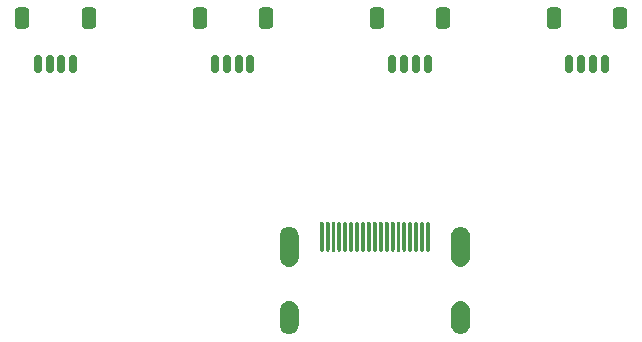
<source format=gbr>
%TF.GenerationSoftware,KiCad,Pcbnew,(6.0.5)*%
%TF.CreationDate,2022-06-06T17:18:48-06:00*%
%TF.ProjectId,21Pin_Fanout,32315069-6e5f-4466-916e-6f75742e6b69,rev?*%
%TF.SameCoordinates,Original*%
%TF.FileFunction,Paste,Top*%
%TF.FilePolarity,Positive*%
%FSLAX46Y46*%
G04 Gerber Fmt 4.6, Leading zero omitted, Abs format (unit mm)*
G04 Created by KiCad (PCBNEW (6.0.5)) date 2022-06-06 17:18:48*
%MOMM*%
%LPD*%
G01*
G04 APERTURE LIST*
G04 Aperture macros list*
%AMRoundRect*
0 Rectangle with rounded corners*
0 $1 Rounding radius*
0 $2 $3 $4 $5 $6 $7 $8 $9 X,Y pos of 4 corners*
0 Add a 4 corners polygon primitive as box body*
4,1,4,$2,$3,$4,$5,$6,$7,$8,$9,$2,$3,0*
0 Add four circle primitives for the rounded corners*
1,1,$1+$1,$2,$3*
1,1,$1+$1,$4,$5*
1,1,$1+$1,$6,$7*
1,1,$1+$1,$8,$9*
0 Add four rect primitives between the rounded corners*
20,1,$1+$1,$2,$3,$4,$5,0*
20,1,$1+$1,$4,$5,$6,$7,0*
20,1,$1+$1,$6,$7,$8,$9,0*
20,1,$1+$1,$8,$9,$2,$3,0*%
G04 Aperture macros list end*
%ADD10C,0.120000*%
%ADD11RoundRect,0.150000X0.150000X0.625000X-0.150000X0.625000X-0.150000X-0.625000X0.150000X-0.625000X0*%
%ADD12RoundRect,0.250000X0.350000X0.650000X-0.350000X0.650000X-0.350000X-0.650000X0.350000X-0.650000X0*%
%ADD13O,0.250000X2.400000*%
G04 APERTURE END LIST*
%TO.C,J1*%
G36*
X-3976000Y4594000D02*
G01*
X-3953000Y4587000D01*
X-3931000Y4575000D01*
X-3912000Y4560000D01*
X-3897000Y4541000D01*
X-3885000Y4519000D01*
X-3878000Y4496000D01*
X-3876000Y4471000D01*
X-3876000Y2321000D01*
X-3878000Y2297000D01*
X-3885000Y2273000D01*
X-3897000Y2252000D01*
X-3912000Y2233000D01*
X-3931000Y2217000D01*
X-3953000Y2206000D01*
X-3976000Y2199000D01*
X-4001000Y2196000D01*
X-4025000Y2199000D01*
X-4049000Y2206000D01*
X-4070000Y2217000D01*
X-4089000Y2233000D01*
X-4105000Y2252000D01*
X-4116000Y2273000D01*
X-4123000Y2297000D01*
X-4126000Y2321000D01*
X-4126000Y4471000D01*
X-4123000Y4496000D01*
X-4116000Y4519000D01*
X-4105000Y4541000D01*
X-4089000Y4560000D01*
X-4070000Y4575000D01*
X-4049000Y4587000D01*
X-4025000Y4594000D01*
X-4001000Y4596000D01*
X-3976000Y4594000D01*
G37*
D10*
X-3976000Y4594000D02*
X-3953000Y4587000D01*
X-3931000Y4575000D01*
X-3912000Y4560000D01*
X-3897000Y4541000D01*
X-3885000Y4519000D01*
X-3878000Y4496000D01*
X-3876000Y4471000D01*
X-3876000Y2321000D01*
X-3878000Y2297000D01*
X-3885000Y2273000D01*
X-3897000Y2252000D01*
X-3912000Y2233000D01*
X-3931000Y2217000D01*
X-3953000Y2206000D01*
X-3976000Y2199000D01*
X-4001000Y2196000D01*
X-4025000Y2199000D01*
X-4049000Y2206000D01*
X-4070000Y2217000D01*
X-4089000Y2233000D01*
X-4105000Y2252000D01*
X-4116000Y2273000D01*
X-4123000Y2297000D01*
X-4126000Y2321000D01*
X-4126000Y4471000D01*
X-4123000Y4496000D01*
X-4116000Y4519000D01*
X-4105000Y4541000D01*
X-4089000Y4560000D01*
X-4070000Y4575000D01*
X-4049000Y4587000D01*
X-4025000Y4594000D01*
X-4001000Y4596000D01*
X-3976000Y4594000D01*
G36*
X525000Y4594000D02*
G01*
X548000Y4587000D01*
X570000Y4575000D01*
X589000Y4560000D01*
X604000Y4541000D01*
X616000Y4519000D01*
X623000Y4496000D01*
X625000Y4471000D01*
X625000Y2321000D01*
X623000Y2297000D01*
X616000Y2273000D01*
X604000Y2252000D01*
X589000Y2233000D01*
X570000Y2217000D01*
X548000Y2206000D01*
X525000Y2199000D01*
X500000Y2196000D01*
X476000Y2199000D01*
X452000Y2206000D01*
X431000Y2217000D01*
X412000Y2233000D01*
X396000Y2252000D01*
X385000Y2273000D01*
X377000Y2297000D01*
X375000Y2321000D01*
X375000Y4471000D01*
X377000Y4496000D01*
X385000Y4519000D01*
X396000Y4541000D01*
X412000Y4560000D01*
X431000Y4575000D01*
X452000Y4587000D01*
X476000Y4594000D01*
X500000Y4596000D01*
X525000Y4594000D01*
G37*
X525000Y4594000D02*
X548000Y4587000D01*
X570000Y4575000D01*
X589000Y4560000D01*
X604000Y4541000D01*
X616000Y4519000D01*
X623000Y4496000D01*
X625000Y4471000D01*
X625000Y2321000D01*
X623000Y2297000D01*
X616000Y2273000D01*
X604000Y2252000D01*
X589000Y2233000D01*
X570000Y2217000D01*
X548000Y2206000D01*
X525000Y2199000D01*
X500000Y2196000D01*
X476000Y2199000D01*
X452000Y2206000D01*
X431000Y2217000D01*
X412000Y2233000D01*
X396000Y2252000D01*
X385000Y2273000D01*
X377000Y2297000D01*
X375000Y2321000D01*
X375000Y4471000D01*
X377000Y4496000D01*
X385000Y4519000D01*
X396000Y4541000D01*
X412000Y4560000D01*
X431000Y4575000D01*
X452000Y4587000D01*
X476000Y4594000D01*
X500000Y4596000D01*
X525000Y4594000D01*
G36*
X-974000Y4592000D02*
G01*
X-951000Y4584000D01*
X-929000Y4572000D01*
X-911000Y4557000D01*
X-895000Y4537000D01*
X-884000Y4516000D01*
X-877000Y4492000D01*
X-875000Y4471000D01*
X-875000Y2321000D01*
X-878000Y2297000D01*
X-885000Y2274000D01*
X-897000Y2252000D01*
X-913000Y2233000D01*
X-932000Y2218000D01*
X-954000Y2207000D01*
X-978000Y2200000D01*
X-1002000Y2198000D01*
X-1026000Y2201000D01*
X-1050000Y2208000D01*
X-1071000Y2220000D01*
X-1090000Y2236000D01*
X-1105000Y2255000D01*
X-1116000Y2277000D01*
X-1123000Y2300000D01*
X-1125000Y2321000D01*
X-1125000Y4471000D01*
X-1122000Y4496000D01*
X-1115000Y4519000D01*
X-1103000Y4540000D01*
X-1087000Y4559000D01*
X-1068000Y4574000D01*
X-1046000Y4586000D01*
X-1023000Y4592000D01*
X-998000Y4594000D01*
X-974000Y4592000D01*
G37*
X-974000Y4592000D02*
X-951000Y4584000D01*
X-929000Y4572000D01*
X-911000Y4557000D01*
X-895000Y4537000D01*
X-884000Y4516000D01*
X-877000Y4492000D01*
X-875000Y4471000D01*
X-875000Y2321000D01*
X-878000Y2297000D01*
X-885000Y2274000D01*
X-897000Y2252000D01*
X-913000Y2233000D01*
X-932000Y2218000D01*
X-954000Y2207000D01*
X-978000Y2200000D01*
X-1002000Y2198000D01*
X-1026000Y2201000D01*
X-1050000Y2208000D01*
X-1071000Y2220000D01*
X-1090000Y2236000D01*
X-1105000Y2255000D01*
X-1116000Y2277000D01*
X-1123000Y2300000D01*
X-1125000Y2321000D01*
X-1125000Y4471000D01*
X-1122000Y4496000D01*
X-1115000Y4519000D01*
X-1103000Y4540000D01*
X-1087000Y4559000D01*
X-1068000Y4574000D01*
X-1046000Y4586000D01*
X-1023000Y4592000D01*
X-998000Y4594000D01*
X-974000Y4592000D01*
G36*
X-7103000Y-2100000D02*
G01*
X-6962000Y-2143000D01*
X-6832000Y-2212000D01*
X-6719000Y-2305000D01*
X-6626000Y-2419000D01*
X-6556000Y-2549000D01*
X-6514000Y-2689000D01*
X-6499000Y-2836000D01*
X-6499000Y-4036000D01*
X-6514000Y-4182000D01*
X-6556000Y-4323000D01*
X-6626000Y-4452000D01*
X-6719000Y-4566000D01*
X-6832000Y-4659000D01*
X-6962000Y-4729000D01*
X-7103000Y-4771000D01*
X-7249000Y-4786000D01*
X-7395000Y-4771000D01*
X-7536000Y-4729000D01*
X-7666000Y-4659000D01*
X-7779000Y-4566000D01*
X-7873000Y-4452000D01*
X-7942000Y-4323000D01*
X-7985000Y-4182000D01*
X-7999000Y-4036000D01*
X-7999000Y-2836000D01*
X-7985000Y-2689000D01*
X-7942000Y-2549000D01*
X-7873000Y-2419000D01*
X-7779000Y-2305000D01*
X-7666000Y-2212000D01*
X-7536000Y-2143000D01*
X-7395000Y-2100000D01*
X-7249000Y-2086000D01*
X-7103000Y-2100000D01*
G37*
X-7103000Y-2100000D02*
X-6962000Y-2143000D01*
X-6832000Y-2212000D01*
X-6719000Y-2305000D01*
X-6626000Y-2419000D01*
X-6556000Y-2549000D01*
X-6514000Y-2689000D01*
X-6499000Y-2836000D01*
X-6499000Y-4036000D01*
X-6514000Y-4182000D01*
X-6556000Y-4323000D01*
X-6626000Y-4452000D01*
X-6719000Y-4566000D01*
X-6832000Y-4659000D01*
X-6962000Y-4729000D01*
X-7103000Y-4771000D01*
X-7249000Y-4786000D01*
X-7395000Y-4771000D01*
X-7536000Y-4729000D01*
X-7666000Y-4659000D01*
X-7779000Y-4566000D01*
X-7873000Y-4452000D01*
X-7942000Y-4323000D01*
X-7985000Y-4182000D01*
X-7999000Y-4036000D01*
X-7999000Y-2836000D01*
X-7985000Y-2689000D01*
X-7942000Y-2549000D01*
X-7873000Y-2419000D01*
X-7779000Y-2305000D01*
X-7666000Y-2212000D01*
X-7536000Y-2143000D01*
X-7395000Y-2100000D01*
X-7249000Y-2086000D01*
X-7103000Y-2100000D01*
G36*
X3525000Y4594000D02*
G01*
X3549000Y4587000D01*
X3570000Y4575000D01*
X3589000Y4560000D01*
X3605000Y4541000D01*
X3616000Y4519000D01*
X3623000Y4496000D01*
X3626000Y4471000D01*
X3626000Y2321000D01*
X3623000Y2297000D01*
X3616000Y2273000D01*
X3605000Y2252000D01*
X3589000Y2233000D01*
X3570000Y2217000D01*
X3549000Y2206000D01*
X3525000Y2199000D01*
X3501000Y2196000D01*
X3476000Y2199000D01*
X3453000Y2206000D01*
X3431000Y2217000D01*
X3412000Y2233000D01*
X3397000Y2252000D01*
X3385000Y2273000D01*
X3378000Y2297000D01*
X3376000Y2321000D01*
X3376000Y4471000D01*
X3378000Y4496000D01*
X3385000Y4519000D01*
X3397000Y4541000D01*
X3412000Y4560000D01*
X3431000Y4575000D01*
X3453000Y4587000D01*
X3476000Y4594000D01*
X3501000Y4596000D01*
X3525000Y4594000D01*
G37*
X3525000Y4594000D02*
X3549000Y4587000D01*
X3570000Y4575000D01*
X3589000Y4560000D01*
X3605000Y4541000D01*
X3616000Y4519000D01*
X3623000Y4496000D01*
X3626000Y4471000D01*
X3626000Y2321000D01*
X3623000Y2297000D01*
X3616000Y2273000D01*
X3605000Y2252000D01*
X3589000Y2233000D01*
X3570000Y2217000D01*
X3549000Y2206000D01*
X3525000Y2199000D01*
X3501000Y2196000D01*
X3476000Y2199000D01*
X3453000Y2206000D01*
X3431000Y2217000D01*
X3412000Y2233000D01*
X3397000Y2252000D01*
X3385000Y2273000D01*
X3378000Y2297000D01*
X3376000Y2321000D01*
X3376000Y4471000D01*
X3378000Y4496000D01*
X3385000Y4519000D01*
X3397000Y4541000D01*
X3412000Y4560000D01*
X3431000Y4575000D01*
X3453000Y4587000D01*
X3476000Y4594000D01*
X3501000Y4596000D01*
X3525000Y4594000D01*
G36*
X2025000Y4594000D02*
G01*
X2048000Y4587000D01*
X2070000Y4575000D01*
X2089000Y4560000D01*
X2104000Y4541000D01*
X2116000Y4519000D01*
X2123000Y4496000D01*
X2125000Y4471000D01*
X2125000Y2321000D01*
X2123000Y2297000D01*
X2116000Y2273000D01*
X2104000Y2252000D01*
X2089000Y2233000D01*
X2070000Y2217000D01*
X2048000Y2206000D01*
X2025000Y2199000D01*
X2000000Y2196000D01*
X1976000Y2199000D01*
X1953000Y2206000D01*
X1931000Y2217000D01*
X1912000Y2233000D01*
X1896000Y2252000D01*
X1885000Y2273000D01*
X1878000Y2297000D01*
X1875000Y2321000D01*
X1875000Y4471000D01*
X1878000Y4496000D01*
X1885000Y4519000D01*
X1896000Y4541000D01*
X1912000Y4560000D01*
X1931000Y4575000D01*
X1953000Y4587000D01*
X1976000Y4594000D01*
X2000000Y4596000D01*
X2025000Y4594000D01*
G37*
X2025000Y4594000D02*
X2048000Y4587000D01*
X2070000Y4575000D01*
X2089000Y4560000D01*
X2104000Y4541000D01*
X2116000Y4519000D01*
X2123000Y4496000D01*
X2125000Y4471000D01*
X2125000Y2321000D01*
X2123000Y2297000D01*
X2116000Y2273000D01*
X2104000Y2252000D01*
X2089000Y2233000D01*
X2070000Y2217000D01*
X2048000Y2206000D01*
X2025000Y2199000D01*
X2000000Y2196000D01*
X1976000Y2199000D01*
X1953000Y2206000D01*
X1931000Y2217000D01*
X1912000Y2233000D01*
X1896000Y2252000D01*
X1885000Y2273000D01*
X1878000Y2297000D01*
X1875000Y2321000D01*
X1875000Y4471000D01*
X1878000Y4496000D01*
X1885000Y4519000D01*
X1896000Y4541000D01*
X1912000Y4560000D01*
X1931000Y4575000D01*
X1953000Y4587000D01*
X1976000Y4594000D01*
X2000000Y4596000D01*
X2025000Y4594000D01*
G36*
X-7103000Y4199000D02*
G01*
X-6962000Y4157000D01*
X-6832000Y4087000D01*
X-6719000Y3994000D01*
X-6626000Y3880000D01*
X-6556000Y3751000D01*
X-6514000Y3610000D01*
X-6499000Y3464000D01*
X-6499000Y1664000D01*
X-6514000Y1517000D01*
X-6556000Y1377000D01*
X-6626000Y1247000D01*
X-6719000Y1133000D01*
X-6832000Y1040000D01*
X-6962000Y971000D01*
X-7103000Y928000D01*
X-7249000Y914000D01*
X-7395000Y928000D01*
X-7536000Y971000D01*
X-7666000Y1040000D01*
X-7779000Y1133000D01*
X-7873000Y1247000D01*
X-7942000Y1377000D01*
X-7985000Y1517000D01*
X-7999000Y1664000D01*
X-7999000Y3464000D01*
X-7985000Y3610000D01*
X-7942000Y3751000D01*
X-7873000Y3880000D01*
X-7779000Y3994000D01*
X-7666000Y4087000D01*
X-7536000Y4157000D01*
X-7395000Y4199000D01*
X-7249000Y4214000D01*
X-7103000Y4199000D01*
G37*
X-7103000Y4199000D02*
X-6962000Y4157000D01*
X-6832000Y4087000D01*
X-6719000Y3994000D01*
X-6626000Y3880000D01*
X-6556000Y3751000D01*
X-6514000Y3610000D01*
X-6499000Y3464000D01*
X-6499000Y1664000D01*
X-6514000Y1517000D01*
X-6556000Y1377000D01*
X-6626000Y1247000D01*
X-6719000Y1133000D01*
X-6832000Y1040000D01*
X-6962000Y971000D01*
X-7103000Y928000D01*
X-7249000Y914000D01*
X-7395000Y928000D01*
X-7536000Y971000D01*
X-7666000Y1040000D01*
X-7779000Y1133000D01*
X-7873000Y1247000D01*
X-7942000Y1377000D01*
X-7985000Y1517000D01*
X-7999000Y1664000D01*
X-7999000Y3464000D01*
X-7985000Y3610000D01*
X-7942000Y3751000D01*
X-7873000Y3880000D01*
X-7779000Y3994000D01*
X-7666000Y4087000D01*
X-7536000Y4157000D01*
X-7395000Y4199000D01*
X-7249000Y4214000D01*
X-7103000Y4199000D01*
G36*
X-4477000Y4594000D02*
G01*
X-4453000Y4587000D01*
X-4431000Y4575000D01*
X-4413000Y4560000D01*
X-4397000Y4541000D01*
X-4385000Y4519000D01*
X-4378000Y4496000D01*
X-4376000Y4471000D01*
X-4376000Y2321000D01*
X-4378000Y2297000D01*
X-4385000Y2273000D01*
X-4397000Y2252000D01*
X-4413000Y2233000D01*
X-4431000Y2217000D01*
X-4453000Y2206000D01*
X-4477000Y2199000D01*
X-4501000Y2196000D01*
X-4525000Y2199000D01*
X-4549000Y2206000D01*
X-4570000Y2217000D01*
X-4589000Y2233000D01*
X-4605000Y2252000D01*
X-4616000Y2273000D01*
X-4624000Y2297000D01*
X-4626000Y2321000D01*
X-4626000Y4471000D01*
X-4624000Y4496000D01*
X-4616000Y4519000D01*
X-4605000Y4541000D01*
X-4589000Y4560000D01*
X-4570000Y4575000D01*
X-4549000Y4587000D01*
X-4525000Y4594000D01*
X-4501000Y4596000D01*
X-4477000Y4594000D01*
G37*
X-4477000Y4594000D02*
X-4453000Y4587000D01*
X-4431000Y4575000D01*
X-4413000Y4560000D01*
X-4397000Y4541000D01*
X-4385000Y4519000D01*
X-4378000Y4496000D01*
X-4376000Y4471000D01*
X-4376000Y2321000D01*
X-4378000Y2297000D01*
X-4385000Y2273000D01*
X-4397000Y2252000D01*
X-4413000Y2233000D01*
X-4431000Y2217000D01*
X-4453000Y2206000D01*
X-4477000Y2199000D01*
X-4501000Y2196000D01*
X-4525000Y2199000D01*
X-4549000Y2206000D01*
X-4570000Y2217000D01*
X-4589000Y2233000D01*
X-4605000Y2252000D01*
X-4616000Y2273000D01*
X-4624000Y2297000D01*
X-4626000Y2321000D01*
X-4626000Y4471000D01*
X-4624000Y4496000D01*
X-4616000Y4519000D01*
X-4605000Y4541000D01*
X-4589000Y4560000D01*
X-4570000Y4575000D01*
X-4549000Y4587000D01*
X-4525000Y4594000D01*
X-4501000Y4596000D01*
X-4477000Y4594000D01*
G36*
X24000Y4594000D02*
G01*
X48000Y4587000D01*
X69000Y4575000D01*
X88000Y4560000D01*
X104000Y4541000D01*
X116000Y4519000D01*
X123000Y4496000D01*
X125000Y4471000D01*
X125000Y2321000D01*
X123000Y2297000D01*
X116000Y2273000D01*
X104000Y2252000D01*
X88000Y2233000D01*
X69000Y2217000D01*
X48000Y2206000D01*
X24000Y2199000D01*
X0Y2196000D01*
X-24000Y2199000D01*
X-48000Y2206000D01*
X-69000Y2217000D01*
X-88000Y2233000D01*
X-104000Y2252000D01*
X-116000Y2273000D01*
X-123000Y2297000D01*
X-125000Y2321000D01*
X-125000Y4471000D01*
X-123000Y4496000D01*
X-116000Y4519000D01*
X-104000Y4541000D01*
X-88000Y4560000D01*
X-69000Y4575000D01*
X-48000Y4587000D01*
X-24000Y4594000D01*
X0Y4596000D01*
X24000Y4594000D01*
G37*
X24000Y4594000D02*
X48000Y4587000D01*
X69000Y4575000D01*
X88000Y4560000D01*
X104000Y4541000D01*
X116000Y4519000D01*
X123000Y4496000D01*
X125000Y4471000D01*
X125000Y2321000D01*
X123000Y2297000D01*
X116000Y2273000D01*
X104000Y2252000D01*
X88000Y2233000D01*
X69000Y2217000D01*
X48000Y2206000D01*
X24000Y2199000D01*
X0Y2196000D01*
X-24000Y2199000D01*
X-48000Y2206000D01*
X-69000Y2217000D01*
X-88000Y2233000D01*
X-104000Y2252000D01*
X-116000Y2273000D01*
X-123000Y2297000D01*
X-125000Y2321000D01*
X-125000Y4471000D01*
X-123000Y4496000D01*
X-116000Y4519000D01*
X-104000Y4541000D01*
X-88000Y4560000D01*
X-69000Y4575000D01*
X-48000Y4587000D01*
X-24000Y4594000D01*
X0Y4596000D01*
X24000Y4594000D01*
G36*
X-2976000Y4594000D02*
G01*
X-2953000Y4587000D01*
X-2931000Y4575000D01*
X-2912000Y4560000D01*
X-2897000Y4541000D01*
X-2885000Y4519000D01*
X-2878000Y4496000D01*
X-2876000Y4471000D01*
X-2876000Y2321000D01*
X-2878000Y2297000D01*
X-2885000Y2273000D01*
X-2897000Y2252000D01*
X-2912000Y2233000D01*
X-2931000Y2217000D01*
X-2953000Y2206000D01*
X-2976000Y2199000D01*
X-3001000Y2196000D01*
X-3025000Y2199000D01*
X-3048000Y2206000D01*
X-3070000Y2217000D01*
X-3089000Y2233000D01*
X-3105000Y2252000D01*
X-3116000Y2273000D01*
X-3123000Y2297000D01*
X-3126000Y2321000D01*
X-3126000Y4471000D01*
X-3123000Y4496000D01*
X-3116000Y4519000D01*
X-3105000Y4541000D01*
X-3089000Y4560000D01*
X-3070000Y4575000D01*
X-3048000Y4587000D01*
X-3025000Y4594000D01*
X-3001000Y4596000D01*
X-2976000Y4594000D01*
G37*
X-2976000Y4594000D02*
X-2953000Y4587000D01*
X-2931000Y4575000D01*
X-2912000Y4560000D01*
X-2897000Y4541000D01*
X-2885000Y4519000D01*
X-2878000Y4496000D01*
X-2876000Y4471000D01*
X-2876000Y2321000D01*
X-2878000Y2297000D01*
X-2885000Y2273000D01*
X-2897000Y2252000D01*
X-2912000Y2233000D01*
X-2931000Y2217000D01*
X-2953000Y2206000D01*
X-2976000Y2199000D01*
X-3001000Y2196000D01*
X-3025000Y2199000D01*
X-3048000Y2206000D01*
X-3070000Y2217000D01*
X-3089000Y2233000D01*
X-3105000Y2252000D01*
X-3116000Y2273000D01*
X-3123000Y2297000D01*
X-3126000Y2321000D01*
X-3126000Y4471000D01*
X-3123000Y4496000D01*
X-3116000Y4519000D01*
X-3105000Y4541000D01*
X-3089000Y4560000D01*
X-3070000Y4575000D01*
X-3048000Y4587000D01*
X-3025000Y4594000D01*
X-3001000Y4596000D01*
X-2976000Y4594000D01*
G36*
X-1976000Y4594000D02*
G01*
X-1953000Y4587000D01*
X-1931000Y4575000D01*
X-1912000Y4560000D01*
X-1896000Y4541000D01*
X-1885000Y4519000D01*
X-1878000Y4496000D01*
X-1875000Y4471000D01*
X-1875000Y2321000D01*
X-1878000Y2297000D01*
X-1885000Y2273000D01*
X-1896000Y2252000D01*
X-1912000Y2233000D01*
X-1931000Y2217000D01*
X-1953000Y2206000D01*
X-1976000Y2199000D01*
X-2000000Y2196000D01*
X-2025000Y2199000D01*
X-2048000Y2206000D01*
X-2070000Y2217000D01*
X-2089000Y2233000D01*
X-2104000Y2252000D01*
X-2116000Y2273000D01*
X-2123000Y2297000D01*
X-2125000Y2321000D01*
X-2125000Y4471000D01*
X-2123000Y4496000D01*
X-2116000Y4519000D01*
X-2104000Y4541000D01*
X-2089000Y4560000D01*
X-2070000Y4575000D01*
X-2048000Y4587000D01*
X-2025000Y4594000D01*
X-2000000Y4596000D01*
X-1976000Y4594000D01*
G37*
X-1976000Y4594000D02*
X-1953000Y4587000D01*
X-1931000Y4575000D01*
X-1912000Y4560000D01*
X-1896000Y4541000D01*
X-1885000Y4519000D01*
X-1878000Y4496000D01*
X-1875000Y4471000D01*
X-1875000Y2321000D01*
X-1878000Y2297000D01*
X-1885000Y2273000D01*
X-1896000Y2252000D01*
X-1912000Y2233000D01*
X-1931000Y2217000D01*
X-1953000Y2206000D01*
X-1976000Y2199000D01*
X-2000000Y2196000D01*
X-2025000Y2199000D01*
X-2048000Y2206000D01*
X-2070000Y2217000D01*
X-2089000Y2233000D01*
X-2104000Y2252000D01*
X-2116000Y2273000D01*
X-2123000Y2297000D01*
X-2125000Y2321000D01*
X-2125000Y4471000D01*
X-2123000Y4496000D01*
X-2116000Y4519000D01*
X-2104000Y4541000D01*
X-2089000Y4560000D01*
X-2070000Y4575000D01*
X-2048000Y4587000D01*
X-2025000Y4594000D01*
X-2000000Y4596000D01*
X-1976000Y4594000D01*
G36*
X-2476000Y4594000D02*
G01*
X-2453000Y4587000D01*
X-2431000Y4575000D01*
X-2412000Y4560000D01*
X-2397000Y4541000D01*
X-2385000Y4519000D01*
X-2378000Y4496000D01*
X-2375000Y4471000D01*
X-2375000Y2321000D01*
X-2378000Y2297000D01*
X-2385000Y2273000D01*
X-2397000Y2252000D01*
X-2412000Y2233000D01*
X-2431000Y2217000D01*
X-2453000Y2206000D01*
X-2476000Y2199000D01*
X-2500000Y2196000D01*
X-2525000Y2199000D01*
X-2548000Y2206000D01*
X-2570000Y2217000D01*
X-2589000Y2233000D01*
X-2604000Y2252000D01*
X-2616000Y2273000D01*
X-2623000Y2297000D01*
X-2625000Y2321000D01*
X-2625000Y4471000D01*
X-2623000Y4496000D01*
X-2616000Y4519000D01*
X-2604000Y4541000D01*
X-2589000Y4560000D01*
X-2570000Y4575000D01*
X-2548000Y4587000D01*
X-2525000Y4594000D01*
X-2500000Y4596000D01*
X-2476000Y4594000D01*
G37*
X-2476000Y4594000D02*
X-2453000Y4587000D01*
X-2431000Y4575000D01*
X-2412000Y4560000D01*
X-2397000Y4541000D01*
X-2385000Y4519000D01*
X-2378000Y4496000D01*
X-2375000Y4471000D01*
X-2375000Y2321000D01*
X-2378000Y2297000D01*
X-2385000Y2273000D01*
X-2397000Y2252000D01*
X-2412000Y2233000D01*
X-2431000Y2217000D01*
X-2453000Y2206000D01*
X-2476000Y2199000D01*
X-2500000Y2196000D01*
X-2525000Y2199000D01*
X-2548000Y2206000D01*
X-2570000Y2217000D01*
X-2589000Y2233000D01*
X-2604000Y2252000D01*
X-2616000Y2273000D01*
X-2623000Y2297000D01*
X-2625000Y2321000D01*
X-2625000Y4471000D01*
X-2623000Y4496000D01*
X-2616000Y4519000D01*
X-2604000Y4541000D01*
X-2589000Y4560000D01*
X-2570000Y4575000D01*
X-2548000Y4587000D01*
X-2525000Y4594000D01*
X-2500000Y4596000D01*
X-2476000Y4594000D01*
G36*
X1025000Y4594000D02*
G01*
X1048000Y4587000D01*
X1070000Y4575000D01*
X1089000Y4560000D01*
X1104000Y4541000D01*
X1116000Y4519000D01*
X1123000Y4496000D01*
X1125000Y4471000D01*
X1125000Y2321000D01*
X1123000Y2297000D01*
X1116000Y2273000D01*
X1104000Y2252000D01*
X1089000Y2233000D01*
X1070000Y2217000D01*
X1048000Y2206000D01*
X1025000Y2199000D01*
X1000000Y2196000D01*
X976000Y2199000D01*
X952000Y2206000D01*
X931000Y2217000D01*
X912000Y2233000D01*
X896000Y2252000D01*
X885000Y2273000D01*
X878000Y2297000D01*
X875000Y2321000D01*
X875000Y4471000D01*
X878000Y4496000D01*
X885000Y4519000D01*
X896000Y4541000D01*
X912000Y4560000D01*
X931000Y4575000D01*
X952000Y4587000D01*
X976000Y4594000D01*
X1000000Y4596000D01*
X1025000Y4594000D01*
G37*
X1025000Y4594000D02*
X1048000Y4587000D01*
X1070000Y4575000D01*
X1089000Y4560000D01*
X1104000Y4541000D01*
X1116000Y4519000D01*
X1123000Y4496000D01*
X1125000Y4471000D01*
X1125000Y2321000D01*
X1123000Y2297000D01*
X1116000Y2273000D01*
X1104000Y2252000D01*
X1089000Y2233000D01*
X1070000Y2217000D01*
X1048000Y2206000D01*
X1025000Y2199000D01*
X1000000Y2196000D01*
X976000Y2199000D01*
X952000Y2206000D01*
X931000Y2217000D01*
X912000Y2233000D01*
X896000Y2252000D01*
X885000Y2273000D01*
X878000Y2297000D01*
X875000Y2321000D01*
X875000Y4471000D01*
X878000Y4496000D01*
X885000Y4519000D01*
X896000Y4541000D01*
X912000Y4560000D01*
X931000Y4575000D01*
X952000Y4587000D01*
X976000Y4594000D01*
X1000000Y4596000D01*
X1025000Y4594000D01*
G36*
X7396000Y4199000D02*
G01*
X7536000Y4157000D01*
X7666000Y4087000D01*
X7780000Y3994000D01*
X7873000Y3880000D01*
X7942000Y3751000D01*
X7985000Y3610000D01*
X7999000Y3464000D01*
X7999000Y1664000D01*
X7985000Y1517000D01*
X7942000Y1377000D01*
X7873000Y1247000D01*
X7780000Y1133000D01*
X7666000Y1040000D01*
X7536000Y971000D01*
X7396000Y928000D01*
X7249000Y914000D01*
X7103000Y928000D01*
X6962000Y971000D01*
X6833000Y1040000D01*
X6719000Y1133000D01*
X6626000Y1247000D01*
X6556000Y1377000D01*
X6514000Y1517000D01*
X6499000Y1664000D01*
X6499000Y3464000D01*
X6514000Y3610000D01*
X6556000Y3751000D01*
X6626000Y3880000D01*
X6719000Y3994000D01*
X6833000Y4087000D01*
X6962000Y4157000D01*
X7103000Y4199000D01*
X7249000Y4214000D01*
X7396000Y4199000D01*
G37*
X7396000Y4199000D02*
X7536000Y4157000D01*
X7666000Y4087000D01*
X7780000Y3994000D01*
X7873000Y3880000D01*
X7942000Y3751000D01*
X7985000Y3610000D01*
X7999000Y3464000D01*
X7999000Y1664000D01*
X7985000Y1517000D01*
X7942000Y1377000D01*
X7873000Y1247000D01*
X7780000Y1133000D01*
X7666000Y1040000D01*
X7536000Y971000D01*
X7396000Y928000D01*
X7249000Y914000D01*
X7103000Y928000D01*
X6962000Y971000D01*
X6833000Y1040000D01*
X6719000Y1133000D01*
X6626000Y1247000D01*
X6556000Y1377000D01*
X6514000Y1517000D01*
X6499000Y1664000D01*
X6499000Y3464000D01*
X6514000Y3610000D01*
X6556000Y3751000D01*
X6626000Y3880000D01*
X6719000Y3994000D01*
X6833000Y4087000D01*
X6962000Y4157000D01*
X7103000Y4199000D01*
X7249000Y4214000D01*
X7396000Y4199000D01*
G36*
X-474000Y4592000D02*
G01*
X-451000Y4584000D01*
X-429000Y4572000D01*
X-410000Y4557000D01*
X-395000Y4537000D01*
X-384000Y4516000D01*
X-377000Y4492000D01*
X-375000Y4471000D01*
X-375000Y2321000D01*
X-378000Y2297000D01*
X-385000Y2274000D01*
X-397000Y2252000D01*
X-413000Y2233000D01*
X-432000Y2218000D01*
X-454000Y2207000D01*
X-477000Y2200000D01*
X-502000Y2198000D01*
X-526000Y2201000D01*
X-550000Y2208000D01*
X-571000Y2220000D01*
X-590000Y2236000D01*
X-605000Y2255000D01*
X-616000Y2277000D01*
X-623000Y2300000D01*
X-625000Y2321000D01*
X-625000Y4471000D01*
X-622000Y4496000D01*
X-615000Y4519000D01*
X-603000Y4540000D01*
X-587000Y4559000D01*
X-568000Y4574000D01*
X-546000Y4586000D01*
X-523000Y4592000D01*
X-498000Y4594000D01*
X-474000Y4592000D01*
G37*
X-474000Y4592000D02*
X-451000Y4584000D01*
X-429000Y4572000D01*
X-410000Y4557000D01*
X-395000Y4537000D01*
X-384000Y4516000D01*
X-377000Y4492000D01*
X-375000Y4471000D01*
X-375000Y2321000D01*
X-378000Y2297000D01*
X-385000Y2274000D01*
X-397000Y2252000D01*
X-413000Y2233000D01*
X-432000Y2218000D01*
X-454000Y2207000D01*
X-477000Y2200000D01*
X-502000Y2198000D01*
X-526000Y2201000D01*
X-550000Y2208000D01*
X-571000Y2220000D01*
X-590000Y2236000D01*
X-605000Y2255000D01*
X-616000Y2277000D01*
X-623000Y2300000D01*
X-625000Y2321000D01*
X-625000Y4471000D01*
X-622000Y4496000D01*
X-615000Y4519000D01*
X-603000Y4540000D01*
X-587000Y4559000D01*
X-568000Y4574000D01*
X-546000Y4586000D01*
X-523000Y4592000D01*
X-498000Y4594000D01*
X-474000Y4592000D01*
G36*
X4525000Y4594000D02*
G01*
X4549000Y4587000D01*
X4570000Y4575000D01*
X4589000Y4560000D01*
X4605000Y4541000D01*
X4616000Y4519000D01*
X4624000Y4496000D01*
X4626000Y4471000D01*
X4626000Y2321000D01*
X4624000Y2297000D01*
X4616000Y2273000D01*
X4605000Y2252000D01*
X4589000Y2233000D01*
X4570000Y2217000D01*
X4549000Y2206000D01*
X4525000Y2199000D01*
X4501000Y2196000D01*
X4477000Y2199000D01*
X4453000Y2206000D01*
X4431000Y2217000D01*
X4413000Y2233000D01*
X4397000Y2252000D01*
X4385000Y2273000D01*
X4378000Y2297000D01*
X4376000Y2321000D01*
X4376000Y4471000D01*
X4378000Y4496000D01*
X4385000Y4519000D01*
X4397000Y4541000D01*
X4413000Y4560000D01*
X4431000Y4575000D01*
X4453000Y4587000D01*
X4477000Y4594000D01*
X4501000Y4596000D01*
X4525000Y4594000D01*
G37*
X4525000Y4594000D02*
X4549000Y4587000D01*
X4570000Y4575000D01*
X4589000Y4560000D01*
X4605000Y4541000D01*
X4616000Y4519000D01*
X4624000Y4496000D01*
X4626000Y4471000D01*
X4626000Y2321000D01*
X4624000Y2297000D01*
X4616000Y2273000D01*
X4605000Y2252000D01*
X4589000Y2233000D01*
X4570000Y2217000D01*
X4549000Y2206000D01*
X4525000Y2199000D01*
X4501000Y2196000D01*
X4477000Y2199000D01*
X4453000Y2206000D01*
X4431000Y2217000D01*
X4413000Y2233000D01*
X4397000Y2252000D01*
X4385000Y2273000D01*
X4378000Y2297000D01*
X4376000Y2321000D01*
X4376000Y4471000D01*
X4378000Y4496000D01*
X4385000Y4519000D01*
X4397000Y4541000D01*
X4413000Y4560000D01*
X4431000Y4575000D01*
X4453000Y4587000D01*
X4477000Y4594000D01*
X4501000Y4596000D01*
X4525000Y4594000D01*
G36*
X1525000Y4594000D02*
G01*
X1548000Y4587000D01*
X1570000Y4575000D01*
X1589000Y4560000D01*
X1604000Y4541000D01*
X1616000Y4519000D01*
X1623000Y4496000D01*
X1625000Y4471000D01*
X1625000Y2321000D01*
X1623000Y2297000D01*
X1616000Y2273000D01*
X1604000Y2252000D01*
X1589000Y2233000D01*
X1570000Y2217000D01*
X1548000Y2206000D01*
X1525000Y2199000D01*
X1500000Y2196000D01*
X1476000Y2199000D01*
X1452000Y2206000D01*
X1431000Y2217000D01*
X1412000Y2233000D01*
X1396000Y2252000D01*
X1385000Y2273000D01*
X1378000Y2297000D01*
X1375000Y2321000D01*
X1375000Y4471000D01*
X1378000Y4496000D01*
X1385000Y4519000D01*
X1396000Y4541000D01*
X1412000Y4560000D01*
X1431000Y4575000D01*
X1452000Y4587000D01*
X1476000Y4594000D01*
X1500000Y4596000D01*
X1525000Y4594000D01*
G37*
X1525000Y4594000D02*
X1548000Y4587000D01*
X1570000Y4575000D01*
X1589000Y4560000D01*
X1604000Y4541000D01*
X1616000Y4519000D01*
X1623000Y4496000D01*
X1625000Y4471000D01*
X1625000Y2321000D01*
X1623000Y2297000D01*
X1616000Y2273000D01*
X1604000Y2252000D01*
X1589000Y2233000D01*
X1570000Y2217000D01*
X1548000Y2206000D01*
X1525000Y2199000D01*
X1500000Y2196000D01*
X1476000Y2199000D01*
X1452000Y2206000D01*
X1431000Y2217000D01*
X1412000Y2233000D01*
X1396000Y2252000D01*
X1385000Y2273000D01*
X1378000Y2297000D01*
X1375000Y2321000D01*
X1375000Y4471000D01*
X1378000Y4496000D01*
X1385000Y4519000D01*
X1396000Y4541000D01*
X1412000Y4560000D01*
X1431000Y4575000D01*
X1452000Y4587000D01*
X1476000Y4594000D01*
X1500000Y4596000D01*
X1525000Y4594000D01*
G36*
X7396000Y-2100000D02*
G01*
X7536000Y-2143000D01*
X7666000Y-2212000D01*
X7780000Y-2305000D01*
X7873000Y-2419000D01*
X7942000Y-2549000D01*
X7985000Y-2689000D01*
X7999000Y-2836000D01*
X7999000Y-4036000D01*
X7985000Y-4182000D01*
X7942000Y-4323000D01*
X7873000Y-4452000D01*
X7780000Y-4566000D01*
X7666000Y-4659000D01*
X7536000Y-4729000D01*
X7396000Y-4771000D01*
X7249000Y-4786000D01*
X7103000Y-4771000D01*
X6962000Y-4729000D01*
X6833000Y-4659000D01*
X6719000Y-4566000D01*
X6626000Y-4452000D01*
X6556000Y-4323000D01*
X6514000Y-4182000D01*
X6499000Y-4036000D01*
X6499000Y-2836000D01*
X6514000Y-2689000D01*
X6556000Y-2549000D01*
X6626000Y-2419000D01*
X6719000Y-2305000D01*
X6833000Y-2212000D01*
X6962000Y-2143000D01*
X7103000Y-2100000D01*
X7249000Y-2086000D01*
X7396000Y-2100000D01*
G37*
X7396000Y-2100000D02*
X7536000Y-2143000D01*
X7666000Y-2212000D01*
X7780000Y-2305000D01*
X7873000Y-2419000D01*
X7942000Y-2549000D01*
X7985000Y-2689000D01*
X7999000Y-2836000D01*
X7999000Y-4036000D01*
X7985000Y-4182000D01*
X7942000Y-4323000D01*
X7873000Y-4452000D01*
X7780000Y-4566000D01*
X7666000Y-4659000D01*
X7536000Y-4729000D01*
X7396000Y-4771000D01*
X7249000Y-4786000D01*
X7103000Y-4771000D01*
X6962000Y-4729000D01*
X6833000Y-4659000D01*
X6719000Y-4566000D01*
X6626000Y-4452000D01*
X6556000Y-4323000D01*
X6514000Y-4182000D01*
X6499000Y-4036000D01*
X6499000Y-2836000D01*
X6514000Y-2689000D01*
X6556000Y-2549000D01*
X6626000Y-2419000D01*
X6719000Y-2305000D01*
X6833000Y-2212000D01*
X6962000Y-2143000D01*
X7103000Y-2100000D01*
X7249000Y-2086000D01*
X7396000Y-2100000D01*
G36*
X4025000Y4594000D02*
G01*
X4049000Y4587000D01*
X4070000Y4575000D01*
X4089000Y4560000D01*
X4105000Y4541000D01*
X4116000Y4519000D01*
X4123000Y4496000D01*
X4126000Y4471000D01*
X4126000Y2321000D01*
X4123000Y2297000D01*
X4116000Y2273000D01*
X4105000Y2252000D01*
X4089000Y2233000D01*
X4070000Y2217000D01*
X4049000Y2206000D01*
X4025000Y2199000D01*
X4001000Y2196000D01*
X3976000Y2199000D01*
X3953000Y2206000D01*
X3931000Y2217000D01*
X3912000Y2233000D01*
X3897000Y2252000D01*
X3885000Y2273000D01*
X3878000Y2297000D01*
X3876000Y2321000D01*
X3876000Y4471000D01*
X3878000Y4496000D01*
X3885000Y4519000D01*
X3897000Y4541000D01*
X3912000Y4560000D01*
X3931000Y4575000D01*
X3953000Y4587000D01*
X3976000Y4594000D01*
X4001000Y4596000D01*
X4025000Y4594000D01*
G37*
X4025000Y4594000D02*
X4049000Y4587000D01*
X4070000Y4575000D01*
X4089000Y4560000D01*
X4105000Y4541000D01*
X4116000Y4519000D01*
X4123000Y4496000D01*
X4126000Y4471000D01*
X4126000Y2321000D01*
X4123000Y2297000D01*
X4116000Y2273000D01*
X4105000Y2252000D01*
X4089000Y2233000D01*
X4070000Y2217000D01*
X4049000Y2206000D01*
X4025000Y2199000D01*
X4001000Y2196000D01*
X3976000Y2199000D01*
X3953000Y2206000D01*
X3931000Y2217000D01*
X3912000Y2233000D01*
X3897000Y2252000D01*
X3885000Y2273000D01*
X3878000Y2297000D01*
X3876000Y2321000D01*
X3876000Y4471000D01*
X3878000Y4496000D01*
X3885000Y4519000D01*
X3897000Y4541000D01*
X3912000Y4560000D01*
X3931000Y4575000D01*
X3953000Y4587000D01*
X3976000Y4594000D01*
X4001000Y4596000D01*
X4025000Y4594000D01*
G36*
X2525000Y4594000D02*
G01*
X2548000Y4587000D01*
X2570000Y4575000D01*
X2589000Y4560000D01*
X2604000Y4541000D01*
X2616000Y4519000D01*
X2623000Y4496000D01*
X2625000Y4471000D01*
X2625000Y2321000D01*
X2623000Y2297000D01*
X2616000Y2273000D01*
X2604000Y2252000D01*
X2589000Y2233000D01*
X2570000Y2217000D01*
X2548000Y2206000D01*
X2525000Y2199000D01*
X2500000Y2196000D01*
X2476000Y2199000D01*
X2453000Y2206000D01*
X2431000Y2217000D01*
X2412000Y2233000D01*
X2397000Y2252000D01*
X2385000Y2273000D01*
X2378000Y2297000D01*
X2375000Y2321000D01*
X2375000Y4471000D01*
X2378000Y4496000D01*
X2385000Y4519000D01*
X2397000Y4541000D01*
X2412000Y4560000D01*
X2431000Y4575000D01*
X2453000Y4587000D01*
X2476000Y4594000D01*
X2500000Y4596000D01*
X2525000Y4594000D01*
G37*
X2525000Y4594000D02*
X2548000Y4587000D01*
X2570000Y4575000D01*
X2589000Y4560000D01*
X2604000Y4541000D01*
X2616000Y4519000D01*
X2623000Y4496000D01*
X2625000Y4471000D01*
X2625000Y2321000D01*
X2623000Y2297000D01*
X2616000Y2273000D01*
X2604000Y2252000D01*
X2589000Y2233000D01*
X2570000Y2217000D01*
X2548000Y2206000D01*
X2525000Y2199000D01*
X2500000Y2196000D01*
X2476000Y2199000D01*
X2453000Y2206000D01*
X2431000Y2217000D01*
X2412000Y2233000D01*
X2397000Y2252000D01*
X2385000Y2273000D01*
X2378000Y2297000D01*
X2375000Y2321000D01*
X2375000Y4471000D01*
X2378000Y4496000D01*
X2385000Y4519000D01*
X2397000Y4541000D01*
X2412000Y4560000D01*
X2431000Y4575000D01*
X2453000Y4587000D01*
X2476000Y4594000D01*
X2500000Y4596000D01*
X2525000Y4594000D01*
G36*
X-1476000Y4594000D02*
G01*
X-1452000Y4587000D01*
X-1431000Y4575000D01*
X-1412000Y4560000D01*
X-1396000Y4541000D01*
X-1385000Y4519000D01*
X-1378000Y4496000D01*
X-1375000Y4471000D01*
X-1375000Y2321000D01*
X-1378000Y2297000D01*
X-1385000Y2273000D01*
X-1396000Y2252000D01*
X-1412000Y2233000D01*
X-1431000Y2217000D01*
X-1452000Y2206000D01*
X-1476000Y2199000D01*
X-1500000Y2196000D01*
X-1525000Y2199000D01*
X-1548000Y2206000D01*
X-1570000Y2217000D01*
X-1589000Y2233000D01*
X-1604000Y2252000D01*
X-1616000Y2273000D01*
X-1623000Y2297000D01*
X-1625000Y2321000D01*
X-1625000Y4471000D01*
X-1623000Y4496000D01*
X-1616000Y4519000D01*
X-1604000Y4541000D01*
X-1589000Y4560000D01*
X-1570000Y4575000D01*
X-1548000Y4587000D01*
X-1525000Y4594000D01*
X-1500000Y4596000D01*
X-1476000Y4594000D01*
G37*
X-1476000Y4594000D02*
X-1452000Y4587000D01*
X-1431000Y4575000D01*
X-1412000Y4560000D01*
X-1396000Y4541000D01*
X-1385000Y4519000D01*
X-1378000Y4496000D01*
X-1375000Y4471000D01*
X-1375000Y2321000D01*
X-1378000Y2297000D01*
X-1385000Y2273000D01*
X-1396000Y2252000D01*
X-1412000Y2233000D01*
X-1431000Y2217000D01*
X-1452000Y2206000D01*
X-1476000Y2199000D01*
X-1500000Y2196000D01*
X-1525000Y2199000D01*
X-1548000Y2206000D01*
X-1570000Y2217000D01*
X-1589000Y2233000D01*
X-1604000Y2252000D01*
X-1616000Y2273000D01*
X-1623000Y2297000D01*
X-1625000Y2321000D01*
X-1625000Y4471000D01*
X-1623000Y4496000D01*
X-1616000Y4519000D01*
X-1604000Y4541000D01*
X-1589000Y4560000D01*
X-1570000Y4575000D01*
X-1548000Y4587000D01*
X-1525000Y4594000D01*
X-1500000Y4596000D01*
X-1476000Y4594000D01*
G36*
X3025000Y4594000D02*
G01*
X3048000Y4587000D01*
X3070000Y4575000D01*
X3089000Y4560000D01*
X3105000Y4541000D01*
X3116000Y4519000D01*
X3123000Y4496000D01*
X3126000Y4471000D01*
X3126000Y2321000D01*
X3123000Y2297000D01*
X3116000Y2273000D01*
X3105000Y2252000D01*
X3089000Y2233000D01*
X3070000Y2217000D01*
X3048000Y2206000D01*
X3025000Y2199000D01*
X3001000Y2196000D01*
X2976000Y2199000D01*
X2953000Y2206000D01*
X2931000Y2217000D01*
X2912000Y2233000D01*
X2897000Y2252000D01*
X2885000Y2273000D01*
X2878000Y2297000D01*
X2876000Y2321000D01*
X2876000Y4471000D01*
X2878000Y4496000D01*
X2885000Y4519000D01*
X2897000Y4541000D01*
X2912000Y4560000D01*
X2931000Y4575000D01*
X2953000Y4587000D01*
X2976000Y4594000D01*
X3001000Y4596000D01*
X3025000Y4594000D01*
G37*
X3025000Y4594000D02*
X3048000Y4587000D01*
X3070000Y4575000D01*
X3089000Y4560000D01*
X3105000Y4541000D01*
X3116000Y4519000D01*
X3123000Y4496000D01*
X3126000Y4471000D01*
X3126000Y2321000D01*
X3123000Y2297000D01*
X3116000Y2273000D01*
X3105000Y2252000D01*
X3089000Y2233000D01*
X3070000Y2217000D01*
X3048000Y2206000D01*
X3025000Y2199000D01*
X3001000Y2196000D01*
X2976000Y2199000D01*
X2953000Y2206000D01*
X2931000Y2217000D01*
X2912000Y2233000D01*
X2897000Y2252000D01*
X2885000Y2273000D01*
X2878000Y2297000D01*
X2876000Y2321000D01*
X2876000Y4471000D01*
X2878000Y4496000D01*
X2885000Y4519000D01*
X2897000Y4541000D01*
X2912000Y4560000D01*
X2931000Y4575000D01*
X2953000Y4587000D01*
X2976000Y4594000D01*
X3001000Y4596000D01*
X3025000Y4594000D01*
G36*
X-3476000Y4594000D02*
G01*
X-3453000Y4587000D01*
X-3431000Y4575000D01*
X-3412000Y4560000D01*
X-3397000Y4541000D01*
X-3385000Y4519000D01*
X-3378000Y4496000D01*
X-3376000Y4471000D01*
X-3376000Y2321000D01*
X-3378000Y2297000D01*
X-3385000Y2273000D01*
X-3397000Y2252000D01*
X-3412000Y2233000D01*
X-3431000Y2217000D01*
X-3453000Y2206000D01*
X-3476000Y2199000D01*
X-3501000Y2196000D01*
X-3525000Y2199000D01*
X-3549000Y2206000D01*
X-3570000Y2217000D01*
X-3589000Y2233000D01*
X-3605000Y2252000D01*
X-3616000Y2273000D01*
X-3623000Y2297000D01*
X-3626000Y2321000D01*
X-3626000Y4471000D01*
X-3623000Y4496000D01*
X-3616000Y4519000D01*
X-3605000Y4541000D01*
X-3589000Y4560000D01*
X-3570000Y4575000D01*
X-3549000Y4587000D01*
X-3525000Y4594000D01*
X-3501000Y4596000D01*
X-3476000Y4594000D01*
G37*
X-3476000Y4594000D02*
X-3453000Y4587000D01*
X-3431000Y4575000D01*
X-3412000Y4560000D01*
X-3397000Y4541000D01*
X-3385000Y4519000D01*
X-3378000Y4496000D01*
X-3376000Y4471000D01*
X-3376000Y2321000D01*
X-3378000Y2297000D01*
X-3385000Y2273000D01*
X-3397000Y2252000D01*
X-3412000Y2233000D01*
X-3431000Y2217000D01*
X-3453000Y2206000D01*
X-3476000Y2199000D01*
X-3501000Y2196000D01*
X-3525000Y2199000D01*
X-3549000Y2206000D01*
X-3570000Y2217000D01*
X-3589000Y2233000D01*
X-3605000Y2252000D01*
X-3616000Y2273000D01*
X-3623000Y2297000D01*
X-3626000Y2321000D01*
X-3626000Y4471000D01*
X-3623000Y4496000D01*
X-3616000Y4519000D01*
X-3605000Y4541000D01*
X-3589000Y4560000D01*
X-3570000Y4575000D01*
X-3549000Y4587000D01*
X-3525000Y4594000D01*
X-3501000Y4596000D01*
X-3476000Y4594000D01*
%TD*%
D11*
%TO.C,J9*%
X-25500000Y18000000D03*
X-26500000Y18000000D03*
X-27500000Y18000000D03*
X-28500000Y18000000D03*
D12*
X-29800000Y21875000D03*
X-24200000Y21875000D03*
%TD*%
D11*
%TO.C,J6*%
X19500000Y18000000D03*
X18500000Y18000000D03*
X17500000Y18000000D03*
X16500000Y18000000D03*
D12*
X15200000Y21875000D03*
X20800000Y21875000D03*
%TD*%
D11*
%TO.C,J8*%
X-10500000Y18000000D03*
X-11500000Y18000000D03*
X-12500000Y18000000D03*
X-13500000Y18000000D03*
D12*
X-14800000Y21875000D03*
X-9200000Y21875000D03*
%TD*%
D11*
%TO.C,J7*%
X4500000Y18000000D03*
X3500000Y18000000D03*
X2500000Y18000000D03*
X1500000Y18000000D03*
D12*
X200000Y21875000D03*
X5800000Y21875000D03*
%TD*%
D13*
%TO.C,J1*%
X4501000Y3396000D03*
X4001000Y3396000D03*
X3501000Y3396000D03*
X3001000Y3396000D03*
X2500000Y3396000D03*
X2000000Y3396000D03*
X1500000Y3396000D03*
X1000000Y3396000D03*
X500000Y3396000D03*
X0Y3396000D03*
X-500000Y3396000D03*
X-1000000Y3396000D03*
X-1500000Y3396000D03*
X-2000000Y3396000D03*
X-2500000Y3396000D03*
X-3001000Y3396000D03*
X-3501000Y3396000D03*
X-4001000Y3396000D03*
X-4501000Y3396000D03*
%TD*%
M02*

</source>
